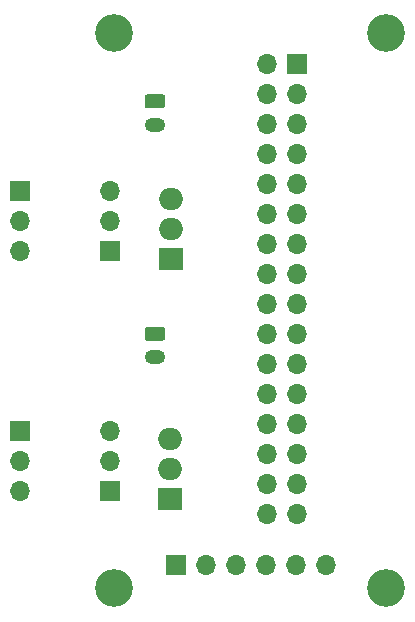
<source format=gbr>
G04 #@! TF.GenerationSoftware,KiCad,Pcbnew,(5.1.9)-1*
G04 #@! TF.CreationDate,2022-07-29T13:53:29-06:00*
G04 #@! TF.ProjectId,ABSIS_ALE_Relay_Module,41425349-535f-4414-9c45-5f52656c6179,1*
G04 #@! TF.SameCoordinates,Original*
G04 #@! TF.FileFunction,Soldermask,Bot*
G04 #@! TF.FilePolarity,Negative*
%FSLAX46Y46*%
G04 Gerber Fmt 4.6, Leading zero omitted, Abs format (unit mm)*
G04 Created by KiCad (PCBNEW (5.1.9)-1) date 2022-07-29 13:53:29*
%MOMM*%
%LPD*%
G01*
G04 APERTURE LIST*
%ADD10O,1.700000X1.700000*%
%ADD11R,1.700000X1.700000*%
%ADD12O,2.000000X1.905000*%
%ADD13R,2.000000X1.905000*%
%ADD14O,1.750000X1.200000*%
%ADD15C,3.200000*%
G04 APERTURE END LIST*
D10*
X124815000Y-104605000D03*
X124815000Y-102065000D03*
D11*
X124815000Y-99525000D03*
D10*
X124815000Y-84285000D03*
X124815000Y-81745000D03*
D11*
X124815000Y-79205000D03*
D12*
X137515000Y-100160000D03*
X137515000Y-102700000D03*
D13*
X137515000Y-105240000D03*
D12*
X137642000Y-79840000D03*
X137642000Y-82380000D03*
D13*
X137642000Y-84920000D03*
D10*
X132435000Y-99525000D03*
X132435000Y-102065000D03*
D11*
X132435000Y-104605000D03*
D10*
X132435000Y-79205000D03*
X132435000Y-81745000D03*
D11*
X132435000Y-84285000D03*
D14*
X136245000Y-93270000D03*
G36*
G01*
X135619999Y-90670000D02*
X136870001Y-90670000D01*
G75*
G02*
X137120000Y-90919999I0J-249999D01*
G01*
X137120000Y-91620001D01*
G75*
G02*
X136870001Y-91870000I-249999J0D01*
G01*
X135619999Y-91870000D01*
G75*
G02*
X135370000Y-91620001I0J249999D01*
G01*
X135370000Y-90919999D01*
G75*
G02*
X135619999Y-90670000I249999J0D01*
G01*
G37*
X136245000Y-73585000D03*
G36*
G01*
X135619999Y-70985000D02*
X136870001Y-70985000D01*
G75*
G02*
X137120000Y-71234999I0J-249999D01*
G01*
X137120000Y-71935001D01*
G75*
G02*
X136870001Y-72185000I-249999J0D01*
G01*
X135619999Y-72185000D01*
G75*
G02*
X135370000Y-71935001I0J249999D01*
G01*
X135370000Y-71234999D01*
G75*
G02*
X135619999Y-70985000I249999J0D01*
G01*
G37*
D10*
X150710000Y-110810000D03*
X148170000Y-110810000D03*
X145630000Y-110810000D03*
X143090000Y-110810000D03*
X140550000Y-110810000D03*
D11*
X138010000Y-110810000D03*
D10*
X145770000Y-106510000D03*
X148310000Y-106510000D03*
X145770000Y-103970000D03*
X148310000Y-103970000D03*
X145770000Y-101430000D03*
X148310000Y-101430000D03*
X145770000Y-98890000D03*
X148310000Y-98890000D03*
X145770000Y-96350000D03*
X148310000Y-96350000D03*
X145770000Y-93810000D03*
X148310000Y-93810000D03*
X145770000Y-91270000D03*
X148310000Y-91270000D03*
X145770000Y-88730000D03*
X148310000Y-88730000D03*
X145770000Y-86190000D03*
X148310000Y-86190000D03*
X145770000Y-83650000D03*
X148310000Y-83650000D03*
X145770000Y-81110000D03*
X148310000Y-81110000D03*
X145770000Y-78570000D03*
X148310000Y-78570000D03*
X145770000Y-76030000D03*
X148310000Y-76030000D03*
X145770000Y-73490000D03*
X148310000Y-73490000D03*
X145770000Y-70950000D03*
X148310000Y-70950000D03*
X145770000Y-68410000D03*
D11*
X148310000Y-68410000D03*
D15*
X155810000Y-112810000D03*
X132810000Y-112810000D03*
X155810000Y-65810000D03*
X132810000Y-65810000D03*
M02*

</source>
